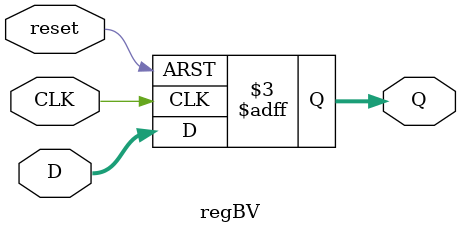
<source format=sv>
`timescale 1ns / 1ps


module regBV #(parameter bits = 4)(
input logic [bits - 1:0] D,
input logic CLK,
input logic reset,
output logic [bits - 1:0] Q
    );
    
    always @ (posedge CLK or negedge reset)
    begin
    if (reset == 0)
        Q <= 4'b0000;
    else 
        Q <= D;
    end
endmodule


</source>
